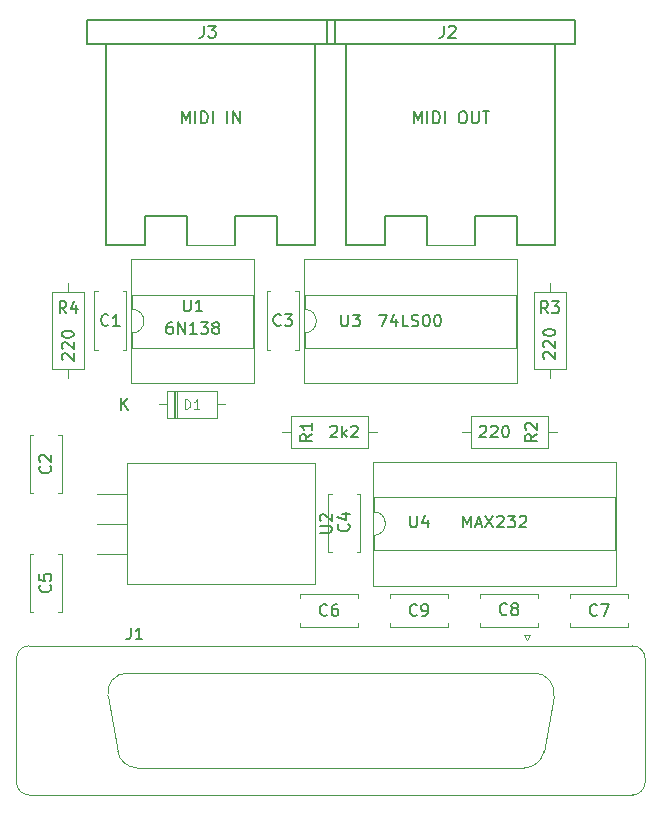
<source format=gto>
G04 #@! TF.GenerationSoftware,KiCad,Pcbnew,(5.1.8)-1*
G04 #@! TF.CreationDate,2022-02-21T01:44:32+01:00*
G04 #@! TF.ProjectId,BulkyMIDI-32 Amiga,42756c6b-794d-4494-9449-2d333220416d,rev?*
G04 #@! TF.SameCoordinates,Original*
G04 #@! TF.FileFunction,Legend,Top*
G04 #@! TF.FilePolarity,Positive*
%FSLAX46Y46*%
G04 Gerber Fmt 4.6, Leading zero omitted, Abs format (unit mm)*
G04 Created by KiCad (PCBNEW (5.1.8)-1) date 2022-02-21 01:44:32*
%MOMM*%
%LPD*%
G01*
G04 APERTURE LIST*
%ADD10C,0.120000*%
%ADD11C,0.150000*%
%ADD12C,0.100000*%
G04 APERTURE END LIST*
D10*
X92560000Y-120205000D02*
X143660000Y-120205000D01*
X144720000Y-121265000D02*
X144720000Y-131765000D01*
X143660000Y-132825000D02*
X92560000Y-132825000D01*
X91500000Y-131765000D02*
X91500000Y-121265000D01*
X134480000Y-119310662D02*
X134980000Y-119310662D01*
X134980000Y-119310662D02*
X134730000Y-119743675D01*
X134730000Y-119743675D02*
X134480000Y-119310662D01*
X100878311Y-122505000D02*
X135341689Y-122505000D01*
X101707048Y-130525000D02*
X134512952Y-130525000D01*
X136976470Y-124453256D02*
X136147733Y-129153256D01*
X99243530Y-124453256D02*
X100072267Y-129153256D01*
X136147733Y-129153256D02*
G75*
G02*
X134512952Y-130525000I-1634781J288256D01*
G01*
X100072267Y-129153256D02*
G75*
G03*
X101707048Y-130525000I1634781J288256D01*
G01*
X136976470Y-124453256D02*
G75*
G03*
X135341689Y-122505000I-1634781J288256D01*
G01*
X99243530Y-124453256D02*
G75*
G02*
X100878311Y-122505000I1634781J288256D01*
G01*
X143660000Y-132825000D02*
G75*
G03*
X144720000Y-131765000I0J1060000D01*
G01*
X92560000Y-132825000D02*
G75*
G02*
X91500000Y-131765000I0J1060000D01*
G01*
X144720000Y-121265000D02*
G75*
G03*
X143660000Y-120205000I-1060000J0D01*
G01*
X92560000Y-120205000D02*
G75*
G03*
X91500000Y-121265000I0J-1060000D01*
G01*
D11*
X107950000Y-67256000D02*
X118450000Y-67256000D01*
X107950000Y-67256000D02*
X97450000Y-67256000D01*
X97450000Y-69256000D02*
X97450000Y-67256000D01*
X118450000Y-69256000D02*
X97450000Y-69256000D01*
X118450000Y-67256000D02*
X118450000Y-69256000D01*
X99100000Y-86256000D02*
X99100000Y-69256000D01*
X116800000Y-69256000D02*
X116800000Y-86256000D01*
X116800000Y-86256000D02*
X113538000Y-86256000D01*
X113538000Y-83820000D02*
X109982000Y-83820000D01*
X105918000Y-83820000D02*
X102362000Y-83820000D01*
X99100000Y-86256000D02*
X102362000Y-86256000D01*
X113538000Y-86256000D02*
X113538000Y-83820000D01*
X102362000Y-86256000D02*
X102362000Y-83820000D01*
X109982000Y-86256000D02*
X109982000Y-83820000D01*
X105918000Y-86256000D02*
X105918000Y-83820000D01*
D10*
X109982000Y-86256000D02*
X105918000Y-86256000D01*
D11*
X128270000Y-67256000D02*
X138770000Y-67256000D01*
X128270000Y-67256000D02*
X117770000Y-67256000D01*
X117770000Y-69256000D02*
X117770000Y-67256000D01*
X138770000Y-69256000D02*
X117770000Y-69256000D01*
X138770000Y-67256000D02*
X138770000Y-69256000D01*
X119420000Y-86256000D02*
X119420000Y-69256000D01*
X137120000Y-69256000D02*
X137120000Y-86256000D01*
X137120000Y-86256000D02*
X133858000Y-86256000D01*
X133858000Y-83820000D02*
X130302000Y-83820000D01*
X126238000Y-83820000D02*
X122682000Y-83820000D01*
X119420000Y-86256000D02*
X122682000Y-86256000D01*
X133858000Y-86256000D02*
X133858000Y-83820000D01*
X122682000Y-86256000D02*
X122682000Y-83820000D01*
X130302000Y-86256000D02*
X130302000Y-83820000D01*
X126238000Y-86256000D02*
X126238000Y-83820000D01*
D10*
X130302000Y-86256000D02*
X126238000Y-86256000D01*
X104229800Y-98651200D02*
X104229800Y-100891200D01*
X104229800Y-100891200D02*
X108469800Y-100891200D01*
X108469800Y-100891200D02*
X108469800Y-98651200D01*
X108469800Y-98651200D02*
X104229800Y-98651200D01*
X103579800Y-99771200D02*
X104229800Y-99771200D01*
X109119800Y-99771200D02*
X108469800Y-99771200D01*
X104949800Y-98651200D02*
X104949800Y-100891200D01*
X105069800Y-98651200D02*
X105069800Y-100891200D01*
X104829800Y-98651200D02*
X104829800Y-100891200D01*
X113943000Y-102108000D02*
X114713000Y-102108000D01*
X122023000Y-102108000D02*
X121253000Y-102108000D01*
X114713000Y-103478000D02*
X121253000Y-103478000D01*
X114713000Y-100738000D02*
X114713000Y-103478000D01*
X121253000Y-100738000D02*
X114713000Y-100738000D01*
X121253000Y-103478000D02*
X121253000Y-100738000D01*
X129953000Y-100738000D02*
X129953000Y-103478000D01*
X129953000Y-103478000D02*
X136493000Y-103478000D01*
X136493000Y-103478000D02*
X136493000Y-100738000D01*
X136493000Y-100738000D02*
X129953000Y-100738000D01*
X129183000Y-102108000D02*
X129953000Y-102108000D01*
X137263000Y-102108000D02*
X136493000Y-102108000D01*
X136652000Y-97537400D02*
X136652000Y-96767400D01*
X136652000Y-89457400D02*
X136652000Y-90227400D01*
X138022000Y-96767400D02*
X138022000Y-90227400D01*
X135282000Y-96767400D02*
X138022000Y-96767400D01*
X135282000Y-90227400D02*
X135282000Y-96767400D01*
X138022000Y-90227400D02*
X135282000Y-90227400D01*
X94515000Y-96767400D02*
X97255000Y-96767400D01*
X97255000Y-96767400D02*
X97255000Y-90227400D01*
X97255000Y-90227400D02*
X94515000Y-90227400D01*
X94515000Y-90227400D02*
X94515000Y-96767400D01*
X95885000Y-97537400D02*
X95885000Y-96767400D01*
X95885000Y-89457400D02*
X95885000Y-90227400D01*
X101286000Y-93710000D02*
X101286000Y-94960000D01*
X101286000Y-94960000D02*
X111566000Y-94960000D01*
X111566000Y-94960000D02*
X111566000Y-90460000D01*
X111566000Y-90460000D02*
X101286000Y-90460000D01*
X101286000Y-90460000D02*
X101286000Y-91710000D01*
X101226000Y-97960000D02*
X111626000Y-97960000D01*
X111626000Y-97960000D02*
X111626000Y-87460000D01*
X111626000Y-87460000D02*
X101226000Y-87460000D01*
X101226000Y-87460000D02*
X101226000Y-97960000D01*
X101286000Y-91710000D02*
G75*
G02*
X101286000Y-93710000I0J-1000000D01*
G01*
X115891000Y-93710000D02*
X115891000Y-94960000D01*
X115891000Y-94960000D02*
X133791000Y-94960000D01*
X133791000Y-94960000D02*
X133791000Y-90460000D01*
X133791000Y-90460000D02*
X115891000Y-90460000D01*
X115891000Y-90460000D02*
X115891000Y-91710000D01*
X115831000Y-97960000D02*
X133851000Y-97960000D01*
X133851000Y-97960000D02*
X133851000Y-87460000D01*
X133851000Y-87460000D02*
X115831000Y-87460000D01*
X115831000Y-87460000D02*
X115831000Y-97960000D01*
X115891000Y-91710000D02*
G75*
G02*
X115891000Y-93710000I0J-1000000D01*
G01*
X98386000Y-95140000D02*
X98071000Y-95140000D01*
X100811000Y-95140000D02*
X100496000Y-95140000D01*
X98386000Y-90200000D02*
X98071000Y-90200000D01*
X100811000Y-90200000D02*
X100496000Y-90200000D01*
X98071000Y-90200000D02*
X98071000Y-95140000D01*
X100811000Y-90200000D02*
X100811000Y-95140000D01*
X115416000Y-90200000D02*
X115416000Y-95140000D01*
X112676000Y-90200000D02*
X112676000Y-95140000D01*
X115416000Y-90200000D02*
X115101000Y-90200000D01*
X112991000Y-90200000D02*
X112676000Y-90200000D01*
X115416000Y-95140000D02*
X115101000Y-95140000D01*
X112991000Y-95140000D02*
X112676000Y-95140000D01*
X92610000Y-107285000D02*
X92610000Y-102345000D01*
X95350000Y-107285000D02*
X95350000Y-102345000D01*
X92610000Y-107285000D02*
X92925000Y-107285000D01*
X95035000Y-107285000D02*
X95350000Y-107285000D01*
X92610000Y-102345000D02*
X92925000Y-102345000D01*
X95035000Y-102345000D02*
X95350000Y-102345000D01*
X118198000Y-112285000D02*
X117883000Y-112285000D01*
X120623000Y-112285000D02*
X120308000Y-112285000D01*
X118198000Y-107345000D02*
X117883000Y-107345000D01*
X120623000Y-107345000D02*
X120308000Y-107345000D01*
X117883000Y-107345000D02*
X117883000Y-112285000D01*
X120623000Y-107345000D02*
X120623000Y-112285000D01*
X92925000Y-117365000D02*
X92610000Y-117365000D01*
X95350000Y-117365000D02*
X95035000Y-117365000D01*
X92925000Y-112425000D02*
X92610000Y-112425000D01*
X95350000Y-112425000D02*
X95035000Y-112425000D01*
X92610000Y-112425000D02*
X92610000Y-117365000D01*
X95350000Y-112425000D02*
X95350000Y-117365000D01*
X115489500Y-115851000D02*
X120429500Y-115851000D01*
X115489500Y-118591000D02*
X120429500Y-118591000D01*
X115489500Y-115851000D02*
X115489500Y-116166000D01*
X115489500Y-118276000D02*
X115489500Y-118591000D01*
X120429500Y-115851000D02*
X120429500Y-116166000D01*
X120429500Y-118276000D02*
X120429500Y-118591000D01*
X138333000Y-115851000D02*
X143273000Y-115851000D01*
X138333000Y-118591000D02*
X143273000Y-118591000D01*
X138333000Y-115851000D02*
X138333000Y-116166000D01*
X138333000Y-118276000D02*
X138333000Y-118591000D01*
X143273000Y-115851000D02*
X143273000Y-116166000D01*
X143273000Y-118276000D02*
X143273000Y-118591000D01*
X130713000Y-115851000D02*
X135653000Y-115851000D01*
X130713000Y-118591000D02*
X135653000Y-118591000D01*
X130713000Y-115851000D02*
X130713000Y-116166000D01*
X130713000Y-118276000D02*
X130713000Y-118591000D01*
X135653000Y-115851000D02*
X135653000Y-116166000D01*
X135653000Y-118276000D02*
X135653000Y-118591000D01*
X128033000Y-118276000D02*
X128033000Y-118591000D01*
X128033000Y-115851000D02*
X128033000Y-116166000D01*
X123093000Y-118276000D02*
X123093000Y-118591000D01*
X123093000Y-115851000D02*
X123093000Y-116166000D01*
X123093000Y-118591000D02*
X128033000Y-118591000D01*
X123093000Y-115851000D02*
X128033000Y-115851000D01*
X121733000Y-110855000D02*
X121733000Y-112105000D01*
X121733000Y-112105000D02*
X142173000Y-112105000D01*
X142173000Y-112105000D02*
X142173000Y-107605000D01*
X142173000Y-107605000D02*
X121733000Y-107605000D01*
X121733000Y-107605000D02*
X121733000Y-108855000D01*
X121673000Y-115105000D02*
X142233000Y-115105000D01*
X142233000Y-115105000D02*
X142233000Y-104605000D01*
X142233000Y-104605000D02*
X121673000Y-104605000D01*
X121673000Y-104605000D02*
X121673000Y-115105000D01*
X121733000Y-108855000D02*
G75*
G02*
X121733000Y-110855000I0J-1000000D01*
G01*
X100845000Y-104735000D02*
X100845000Y-114975000D01*
X116735000Y-104735000D02*
X116735000Y-114975000D01*
X116735000Y-104735000D02*
X100845000Y-104735000D01*
X116735000Y-114975000D02*
X100845000Y-114975000D01*
X100845000Y-107315000D02*
X98305000Y-107315000D01*
X100845000Y-109855000D02*
X98305000Y-109855000D01*
X100845000Y-112395000D02*
X98305000Y-112395000D01*
D11*
X101156666Y-118657380D02*
X101156666Y-119371666D01*
X101109047Y-119514523D01*
X101013809Y-119609761D01*
X100870952Y-119657380D01*
X100775714Y-119657380D01*
X102156666Y-119657380D02*
X101585238Y-119657380D01*
X101870952Y-119657380D02*
X101870952Y-118657380D01*
X101775714Y-118800238D01*
X101680476Y-118895476D01*
X101585238Y-118943095D01*
X107366666Y-67708380D02*
X107366666Y-68422666D01*
X107319047Y-68565523D01*
X107223809Y-68660761D01*
X107080952Y-68708380D01*
X106985714Y-68708380D01*
X107747619Y-67708380D02*
X108366666Y-67708380D01*
X108033333Y-68089333D01*
X108176190Y-68089333D01*
X108271428Y-68136952D01*
X108319047Y-68184571D01*
X108366666Y-68279809D01*
X108366666Y-68517904D01*
X108319047Y-68613142D01*
X108271428Y-68660761D01*
X108176190Y-68708380D01*
X107890476Y-68708380D01*
X107795238Y-68660761D01*
X107747619Y-68613142D01*
X105497619Y-75958380D02*
X105497619Y-74958380D01*
X105830952Y-75672666D01*
X106164285Y-74958380D01*
X106164285Y-75958380D01*
X106640476Y-75958380D02*
X106640476Y-74958380D01*
X107116666Y-75958380D02*
X107116666Y-74958380D01*
X107354761Y-74958380D01*
X107497619Y-75006000D01*
X107592857Y-75101238D01*
X107640476Y-75196476D01*
X107688095Y-75386952D01*
X107688095Y-75529809D01*
X107640476Y-75720285D01*
X107592857Y-75815523D01*
X107497619Y-75910761D01*
X107354761Y-75958380D01*
X107116666Y-75958380D01*
X108116666Y-75958380D02*
X108116666Y-74958380D01*
X109354761Y-75958380D02*
X109354761Y-74958380D01*
X109830952Y-75958380D02*
X109830952Y-74958380D01*
X110402380Y-75958380D01*
X110402380Y-74958380D01*
X127686666Y-67708380D02*
X127686666Y-68422666D01*
X127639047Y-68565523D01*
X127543809Y-68660761D01*
X127400952Y-68708380D01*
X127305714Y-68708380D01*
X128115238Y-67803619D02*
X128162857Y-67756000D01*
X128258095Y-67708380D01*
X128496190Y-67708380D01*
X128591428Y-67756000D01*
X128639047Y-67803619D01*
X128686666Y-67898857D01*
X128686666Y-67994095D01*
X128639047Y-68136952D01*
X128067619Y-68708380D01*
X128686666Y-68708380D01*
X125150952Y-75958380D02*
X125150952Y-74958380D01*
X125484285Y-75672666D01*
X125817619Y-74958380D01*
X125817619Y-75958380D01*
X126293809Y-75958380D02*
X126293809Y-74958380D01*
X126770000Y-75958380D02*
X126770000Y-74958380D01*
X127008095Y-74958380D01*
X127150952Y-75006000D01*
X127246190Y-75101238D01*
X127293809Y-75196476D01*
X127341428Y-75386952D01*
X127341428Y-75529809D01*
X127293809Y-75720285D01*
X127246190Y-75815523D01*
X127150952Y-75910761D01*
X127008095Y-75958380D01*
X126770000Y-75958380D01*
X127770000Y-75958380D02*
X127770000Y-74958380D01*
X129198571Y-74958380D02*
X129389047Y-74958380D01*
X129484285Y-75006000D01*
X129579523Y-75101238D01*
X129627142Y-75291714D01*
X129627142Y-75625047D01*
X129579523Y-75815523D01*
X129484285Y-75910761D01*
X129389047Y-75958380D01*
X129198571Y-75958380D01*
X129103333Y-75910761D01*
X129008095Y-75815523D01*
X128960476Y-75625047D01*
X128960476Y-75291714D01*
X129008095Y-75101238D01*
X129103333Y-75006000D01*
X129198571Y-74958380D01*
X130055714Y-74958380D02*
X130055714Y-75767904D01*
X130103333Y-75863142D01*
X130150952Y-75910761D01*
X130246190Y-75958380D01*
X130436666Y-75958380D01*
X130531904Y-75910761D01*
X130579523Y-75863142D01*
X130627142Y-75767904D01*
X130627142Y-74958380D01*
X130960476Y-74958380D02*
X131531904Y-74958380D01*
X131246190Y-75958380D02*
X131246190Y-74958380D01*
D12*
X105759323Y-100133104D02*
X105759323Y-99333104D01*
X105949800Y-99333104D01*
X106064085Y-99371200D01*
X106140276Y-99447390D01*
X106178371Y-99523580D01*
X106216466Y-99675961D01*
X106216466Y-99790247D01*
X106178371Y-99942628D01*
X106140276Y-100018819D01*
X106064085Y-100095009D01*
X105949800Y-100133104D01*
X105759323Y-100133104D01*
X106978371Y-100133104D02*
X106521228Y-100133104D01*
X106749800Y-100133104D02*
X106749800Y-99333104D01*
X106673609Y-99447390D01*
X106597419Y-99523580D01*
X106521228Y-99561676D01*
D11*
X100372895Y-100223580D02*
X100372895Y-99223580D01*
X100944323Y-100223580D02*
X100515752Y-99652152D01*
X100944323Y-99223580D02*
X100372895Y-99795009D01*
X116530380Y-102274666D02*
X116054190Y-102608000D01*
X116530380Y-102846095D02*
X115530380Y-102846095D01*
X115530380Y-102465142D01*
X115578000Y-102369904D01*
X115625619Y-102322285D01*
X115720857Y-102274666D01*
X115863714Y-102274666D01*
X115958952Y-102322285D01*
X116006571Y-102369904D01*
X116054190Y-102465142D01*
X116054190Y-102846095D01*
X116530380Y-101322285D02*
X116530380Y-101893714D01*
X116530380Y-101608000D02*
X115530380Y-101608000D01*
X115673238Y-101703238D01*
X115768476Y-101798476D01*
X115816095Y-101893714D01*
X118086333Y-101655619D02*
X118133952Y-101608000D01*
X118229190Y-101560380D01*
X118467285Y-101560380D01*
X118562523Y-101608000D01*
X118610142Y-101655619D01*
X118657761Y-101750857D01*
X118657761Y-101846095D01*
X118610142Y-101988952D01*
X118038714Y-102560380D01*
X118657761Y-102560380D01*
X119086333Y-102560380D02*
X119086333Y-101560380D01*
X119181571Y-102179428D02*
X119467285Y-102560380D01*
X119467285Y-101893714D02*
X119086333Y-102274666D01*
X119848238Y-101655619D02*
X119895857Y-101608000D01*
X119991095Y-101560380D01*
X120229190Y-101560380D01*
X120324428Y-101608000D01*
X120372047Y-101655619D01*
X120419666Y-101750857D01*
X120419666Y-101846095D01*
X120372047Y-101988952D01*
X119800619Y-102560380D01*
X120419666Y-102560380D01*
X135580380Y-102274666D02*
X135104190Y-102608000D01*
X135580380Y-102846095D02*
X134580380Y-102846095D01*
X134580380Y-102465142D01*
X134628000Y-102369904D01*
X134675619Y-102322285D01*
X134770857Y-102274666D01*
X134913714Y-102274666D01*
X135008952Y-102322285D01*
X135056571Y-102369904D01*
X135104190Y-102465142D01*
X135104190Y-102846095D01*
X134675619Y-101893714D02*
X134628000Y-101846095D01*
X134580380Y-101750857D01*
X134580380Y-101512761D01*
X134628000Y-101417523D01*
X134675619Y-101369904D01*
X134770857Y-101322285D01*
X134866095Y-101322285D01*
X135008952Y-101369904D01*
X135580380Y-101941333D01*
X135580380Y-101322285D01*
X130714904Y-101655619D02*
X130762523Y-101608000D01*
X130857761Y-101560380D01*
X131095857Y-101560380D01*
X131191095Y-101608000D01*
X131238714Y-101655619D01*
X131286333Y-101750857D01*
X131286333Y-101846095D01*
X131238714Y-101988952D01*
X130667285Y-102560380D01*
X131286333Y-102560380D01*
X131667285Y-101655619D02*
X131714904Y-101608000D01*
X131810142Y-101560380D01*
X132048238Y-101560380D01*
X132143476Y-101608000D01*
X132191095Y-101655619D01*
X132238714Y-101750857D01*
X132238714Y-101846095D01*
X132191095Y-101988952D01*
X131619666Y-102560380D01*
X132238714Y-102560380D01*
X132857761Y-101560380D02*
X132953000Y-101560380D01*
X133048238Y-101608000D01*
X133095857Y-101655619D01*
X133143476Y-101750857D01*
X133191095Y-101941333D01*
X133191095Y-102179428D01*
X133143476Y-102369904D01*
X133095857Y-102465142D01*
X133048238Y-102512761D01*
X132953000Y-102560380D01*
X132857761Y-102560380D01*
X132762523Y-102512761D01*
X132714904Y-102465142D01*
X132667285Y-102369904D01*
X132619666Y-102179428D01*
X132619666Y-101941333D01*
X132667285Y-101750857D01*
X132714904Y-101655619D01*
X132762523Y-101608000D01*
X132857761Y-101560380D01*
X136485333Y-92044780D02*
X136152000Y-91568590D01*
X135913904Y-92044780D02*
X135913904Y-91044780D01*
X136294857Y-91044780D01*
X136390095Y-91092400D01*
X136437714Y-91140019D01*
X136485333Y-91235257D01*
X136485333Y-91378114D01*
X136437714Y-91473352D01*
X136390095Y-91520971D01*
X136294857Y-91568590D01*
X135913904Y-91568590D01*
X136818666Y-91044780D02*
X137437714Y-91044780D01*
X137104380Y-91425733D01*
X137247238Y-91425733D01*
X137342476Y-91473352D01*
X137390095Y-91520971D01*
X137437714Y-91616209D01*
X137437714Y-91854304D01*
X137390095Y-91949542D01*
X137342476Y-91997161D01*
X137247238Y-92044780D01*
X136961523Y-92044780D01*
X136866285Y-91997161D01*
X136818666Y-91949542D01*
X136199619Y-95878495D02*
X136152000Y-95830876D01*
X136104380Y-95735638D01*
X136104380Y-95497542D01*
X136152000Y-95402304D01*
X136199619Y-95354685D01*
X136294857Y-95307066D01*
X136390095Y-95307066D01*
X136532952Y-95354685D01*
X137104380Y-95926114D01*
X137104380Y-95307066D01*
X136199619Y-94926114D02*
X136152000Y-94878495D01*
X136104380Y-94783257D01*
X136104380Y-94545161D01*
X136152000Y-94449923D01*
X136199619Y-94402304D01*
X136294857Y-94354685D01*
X136390095Y-94354685D01*
X136532952Y-94402304D01*
X137104380Y-94973733D01*
X137104380Y-94354685D01*
X136104380Y-93735638D02*
X136104380Y-93640400D01*
X136152000Y-93545161D01*
X136199619Y-93497542D01*
X136294857Y-93449923D01*
X136485333Y-93402304D01*
X136723428Y-93402304D01*
X136913904Y-93449923D01*
X137009142Y-93497542D01*
X137056761Y-93545161D01*
X137104380Y-93640400D01*
X137104380Y-93735638D01*
X137056761Y-93830876D01*
X137009142Y-93878495D01*
X136913904Y-93926114D01*
X136723428Y-93973733D01*
X136485333Y-93973733D01*
X136294857Y-93926114D01*
X136199619Y-93878495D01*
X136152000Y-93830876D01*
X136104380Y-93735638D01*
X95718333Y-92044780D02*
X95385000Y-91568590D01*
X95146904Y-92044780D02*
X95146904Y-91044780D01*
X95527857Y-91044780D01*
X95623095Y-91092400D01*
X95670714Y-91140019D01*
X95718333Y-91235257D01*
X95718333Y-91378114D01*
X95670714Y-91473352D01*
X95623095Y-91520971D01*
X95527857Y-91568590D01*
X95146904Y-91568590D01*
X96575476Y-91378114D02*
X96575476Y-92044780D01*
X96337380Y-90997161D02*
X96099285Y-91711447D01*
X96718333Y-91711447D01*
X95432619Y-96005495D02*
X95385000Y-95957876D01*
X95337380Y-95862638D01*
X95337380Y-95624542D01*
X95385000Y-95529304D01*
X95432619Y-95481685D01*
X95527857Y-95434066D01*
X95623095Y-95434066D01*
X95765952Y-95481685D01*
X96337380Y-96053114D01*
X96337380Y-95434066D01*
X95432619Y-95053114D02*
X95385000Y-95005495D01*
X95337380Y-94910257D01*
X95337380Y-94672161D01*
X95385000Y-94576923D01*
X95432619Y-94529304D01*
X95527857Y-94481685D01*
X95623095Y-94481685D01*
X95765952Y-94529304D01*
X96337380Y-95100733D01*
X96337380Y-94481685D01*
X95337380Y-93862638D02*
X95337380Y-93767400D01*
X95385000Y-93672161D01*
X95432619Y-93624542D01*
X95527857Y-93576923D01*
X95718333Y-93529304D01*
X95956428Y-93529304D01*
X96146904Y-93576923D01*
X96242142Y-93624542D01*
X96289761Y-93672161D01*
X96337380Y-93767400D01*
X96337380Y-93862638D01*
X96289761Y-93957876D01*
X96242142Y-94005495D01*
X96146904Y-94053114D01*
X95956428Y-94100733D01*
X95718333Y-94100733D01*
X95527857Y-94053114D01*
X95432619Y-94005495D01*
X95385000Y-93957876D01*
X95337380Y-93862638D01*
X105664095Y-90892380D02*
X105664095Y-91701904D01*
X105711714Y-91797142D01*
X105759333Y-91844761D01*
X105854571Y-91892380D01*
X106045047Y-91892380D01*
X106140285Y-91844761D01*
X106187904Y-91797142D01*
X106235523Y-91701904D01*
X106235523Y-90892380D01*
X107235523Y-91892380D02*
X106664095Y-91892380D01*
X106949809Y-91892380D02*
X106949809Y-90892380D01*
X106854571Y-91035238D01*
X106759333Y-91130476D01*
X106664095Y-91178095D01*
X104664095Y-92797380D02*
X104473619Y-92797380D01*
X104378380Y-92845000D01*
X104330761Y-92892619D01*
X104235523Y-93035476D01*
X104187904Y-93225952D01*
X104187904Y-93606904D01*
X104235523Y-93702142D01*
X104283142Y-93749761D01*
X104378380Y-93797380D01*
X104568857Y-93797380D01*
X104664095Y-93749761D01*
X104711714Y-93702142D01*
X104759333Y-93606904D01*
X104759333Y-93368809D01*
X104711714Y-93273571D01*
X104664095Y-93225952D01*
X104568857Y-93178333D01*
X104378380Y-93178333D01*
X104283142Y-93225952D01*
X104235523Y-93273571D01*
X104187904Y-93368809D01*
X105187904Y-93797380D02*
X105187904Y-92797380D01*
X105759333Y-93797380D01*
X105759333Y-92797380D01*
X106759333Y-93797380D02*
X106187904Y-93797380D01*
X106473619Y-93797380D02*
X106473619Y-92797380D01*
X106378380Y-92940238D01*
X106283142Y-93035476D01*
X106187904Y-93083095D01*
X107092666Y-92797380D02*
X107711714Y-92797380D01*
X107378380Y-93178333D01*
X107521238Y-93178333D01*
X107616476Y-93225952D01*
X107664095Y-93273571D01*
X107711714Y-93368809D01*
X107711714Y-93606904D01*
X107664095Y-93702142D01*
X107616476Y-93749761D01*
X107521238Y-93797380D01*
X107235523Y-93797380D01*
X107140285Y-93749761D01*
X107092666Y-93702142D01*
X108283142Y-93225952D02*
X108187904Y-93178333D01*
X108140285Y-93130714D01*
X108092666Y-93035476D01*
X108092666Y-92987857D01*
X108140285Y-92892619D01*
X108187904Y-92845000D01*
X108283142Y-92797380D01*
X108473619Y-92797380D01*
X108568857Y-92845000D01*
X108616476Y-92892619D01*
X108664095Y-92987857D01*
X108664095Y-93035476D01*
X108616476Y-93130714D01*
X108568857Y-93178333D01*
X108473619Y-93225952D01*
X108283142Y-93225952D01*
X108187904Y-93273571D01*
X108140285Y-93321190D01*
X108092666Y-93416428D01*
X108092666Y-93606904D01*
X108140285Y-93702142D01*
X108187904Y-93749761D01*
X108283142Y-93797380D01*
X108473619Y-93797380D01*
X108568857Y-93749761D01*
X108616476Y-93702142D01*
X108664095Y-93606904D01*
X108664095Y-93416428D01*
X108616476Y-93321190D01*
X108568857Y-93273571D01*
X108473619Y-93225952D01*
X118999095Y-92162380D02*
X118999095Y-92971904D01*
X119046714Y-93067142D01*
X119094333Y-93114761D01*
X119189571Y-93162380D01*
X119380047Y-93162380D01*
X119475285Y-93114761D01*
X119522904Y-93067142D01*
X119570523Y-92971904D01*
X119570523Y-92162380D01*
X119951476Y-92162380D02*
X120570523Y-92162380D01*
X120237190Y-92543333D01*
X120380047Y-92543333D01*
X120475285Y-92590952D01*
X120522904Y-92638571D01*
X120570523Y-92733809D01*
X120570523Y-92971904D01*
X120522904Y-93067142D01*
X120475285Y-93114761D01*
X120380047Y-93162380D01*
X120094333Y-93162380D01*
X119999095Y-93114761D01*
X119951476Y-93067142D01*
X122198142Y-92162380D02*
X122864809Y-92162380D01*
X122436238Y-93162380D01*
X123674333Y-92495714D02*
X123674333Y-93162380D01*
X123436238Y-92114761D02*
X123198142Y-92829047D01*
X123817190Y-92829047D01*
X124674333Y-93162380D02*
X124198142Y-93162380D01*
X124198142Y-92162380D01*
X124960047Y-93114761D02*
X125102904Y-93162380D01*
X125341000Y-93162380D01*
X125436238Y-93114761D01*
X125483857Y-93067142D01*
X125531476Y-92971904D01*
X125531476Y-92876666D01*
X125483857Y-92781428D01*
X125436238Y-92733809D01*
X125341000Y-92686190D01*
X125150523Y-92638571D01*
X125055285Y-92590952D01*
X125007666Y-92543333D01*
X124960047Y-92448095D01*
X124960047Y-92352857D01*
X125007666Y-92257619D01*
X125055285Y-92210000D01*
X125150523Y-92162380D01*
X125388619Y-92162380D01*
X125531476Y-92210000D01*
X126150523Y-92162380D02*
X126245761Y-92162380D01*
X126341000Y-92210000D01*
X126388619Y-92257619D01*
X126436238Y-92352857D01*
X126483857Y-92543333D01*
X126483857Y-92781428D01*
X126436238Y-92971904D01*
X126388619Y-93067142D01*
X126341000Y-93114761D01*
X126245761Y-93162380D01*
X126150523Y-93162380D01*
X126055285Y-93114761D01*
X126007666Y-93067142D01*
X125960047Y-92971904D01*
X125912428Y-92781428D01*
X125912428Y-92543333D01*
X125960047Y-92352857D01*
X126007666Y-92257619D01*
X126055285Y-92210000D01*
X126150523Y-92162380D01*
X127102904Y-92162380D02*
X127198142Y-92162380D01*
X127293380Y-92210000D01*
X127341000Y-92257619D01*
X127388619Y-92352857D01*
X127436238Y-92543333D01*
X127436238Y-92781428D01*
X127388619Y-92971904D01*
X127341000Y-93067142D01*
X127293380Y-93114761D01*
X127198142Y-93162380D01*
X127102904Y-93162380D01*
X127007666Y-93114761D01*
X126960047Y-93067142D01*
X126912428Y-92971904D01*
X126864809Y-92781428D01*
X126864809Y-92543333D01*
X126912428Y-92352857D01*
X126960047Y-92257619D01*
X127007666Y-92210000D01*
X127102904Y-92162380D01*
X99274333Y-93027142D02*
X99226714Y-93074761D01*
X99083857Y-93122380D01*
X98988619Y-93122380D01*
X98845761Y-93074761D01*
X98750523Y-92979523D01*
X98702904Y-92884285D01*
X98655285Y-92693809D01*
X98655285Y-92550952D01*
X98702904Y-92360476D01*
X98750523Y-92265238D01*
X98845761Y-92170000D01*
X98988619Y-92122380D01*
X99083857Y-92122380D01*
X99226714Y-92170000D01*
X99274333Y-92217619D01*
X100226714Y-93122380D02*
X99655285Y-93122380D01*
X99941000Y-93122380D02*
X99941000Y-92122380D01*
X99845761Y-92265238D01*
X99750523Y-92360476D01*
X99655285Y-92408095D01*
X113879333Y-93027142D02*
X113831714Y-93074761D01*
X113688857Y-93122380D01*
X113593619Y-93122380D01*
X113450761Y-93074761D01*
X113355523Y-92979523D01*
X113307904Y-92884285D01*
X113260285Y-92693809D01*
X113260285Y-92550952D01*
X113307904Y-92360476D01*
X113355523Y-92265238D01*
X113450761Y-92170000D01*
X113593619Y-92122380D01*
X113688857Y-92122380D01*
X113831714Y-92170000D01*
X113879333Y-92217619D01*
X114212666Y-92122380D02*
X114831714Y-92122380D01*
X114498380Y-92503333D01*
X114641238Y-92503333D01*
X114736476Y-92550952D01*
X114784095Y-92598571D01*
X114831714Y-92693809D01*
X114831714Y-92931904D01*
X114784095Y-93027142D01*
X114736476Y-93074761D01*
X114641238Y-93122380D01*
X114355523Y-93122380D01*
X114260285Y-93074761D01*
X114212666Y-93027142D01*
X94337142Y-104981666D02*
X94384761Y-105029285D01*
X94432380Y-105172142D01*
X94432380Y-105267380D01*
X94384761Y-105410238D01*
X94289523Y-105505476D01*
X94194285Y-105553095D01*
X94003809Y-105600714D01*
X93860952Y-105600714D01*
X93670476Y-105553095D01*
X93575238Y-105505476D01*
X93480000Y-105410238D01*
X93432380Y-105267380D01*
X93432380Y-105172142D01*
X93480000Y-105029285D01*
X93527619Y-104981666D01*
X93527619Y-104600714D02*
X93480000Y-104553095D01*
X93432380Y-104457857D01*
X93432380Y-104219761D01*
X93480000Y-104124523D01*
X93527619Y-104076904D01*
X93622857Y-104029285D01*
X93718095Y-104029285D01*
X93860952Y-104076904D01*
X94432380Y-104648333D01*
X94432380Y-104029285D01*
X119610142Y-109894666D02*
X119657761Y-109942285D01*
X119705380Y-110085142D01*
X119705380Y-110180380D01*
X119657761Y-110323238D01*
X119562523Y-110418476D01*
X119467285Y-110466095D01*
X119276809Y-110513714D01*
X119133952Y-110513714D01*
X118943476Y-110466095D01*
X118848238Y-110418476D01*
X118753000Y-110323238D01*
X118705380Y-110180380D01*
X118705380Y-110085142D01*
X118753000Y-109942285D01*
X118800619Y-109894666D01*
X119038714Y-109037523D02*
X119705380Y-109037523D01*
X118657761Y-109275619D02*
X119372047Y-109513714D01*
X119372047Y-108894666D01*
X94337142Y-115061666D02*
X94384761Y-115109285D01*
X94432380Y-115252142D01*
X94432380Y-115347380D01*
X94384761Y-115490238D01*
X94289523Y-115585476D01*
X94194285Y-115633095D01*
X94003809Y-115680714D01*
X93860952Y-115680714D01*
X93670476Y-115633095D01*
X93575238Y-115585476D01*
X93480000Y-115490238D01*
X93432380Y-115347380D01*
X93432380Y-115252142D01*
X93480000Y-115109285D01*
X93527619Y-115061666D01*
X93432380Y-114156904D02*
X93432380Y-114633095D01*
X93908571Y-114680714D01*
X93860952Y-114633095D01*
X93813333Y-114537857D01*
X93813333Y-114299761D01*
X93860952Y-114204523D01*
X93908571Y-114156904D01*
X94003809Y-114109285D01*
X94241904Y-114109285D01*
X94337142Y-114156904D01*
X94384761Y-114204523D01*
X94432380Y-114299761D01*
X94432380Y-114537857D01*
X94384761Y-114633095D01*
X94337142Y-114680714D01*
X117792833Y-117578142D02*
X117745214Y-117625761D01*
X117602357Y-117673380D01*
X117507119Y-117673380D01*
X117364261Y-117625761D01*
X117269023Y-117530523D01*
X117221404Y-117435285D01*
X117173785Y-117244809D01*
X117173785Y-117101952D01*
X117221404Y-116911476D01*
X117269023Y-116816238D01*
X117364261Y-116721000D01*
X117507119Y-116673380D01*
X117602357Y-116673380D01*
X117745214Y-116721000D01*
X117792833Y-116768619D01*
X118649976Y-116673380D02*
X118459500Y-116673380D01*
X118364261Y-116721000D01*
X118316642Y-116768619D01*
X118221404Y-116911476D01*
X118173785Y-117101952D01*
X118173785Y-117482904D01*
X118221404Y-117578142D01*
X118269023Y-117625761D01*
X118364261Y-117673380D01*
X118554738Y-117673380D01*
X118649976Y-117625761D01*
X118697595Y-117578142D01*
X118745214Y-117482904D01*
X118745214Y-117244809D01*
X118697595Y-117149571D01*
X118649976Y-117101952D01*
X118554738Y-117054333D01*
X118364261Y-117054333D01*
X118269023Y-117101952D01*
X118221404Y-117149571D01*
X118173785Y-117244809D01*
X140636333Y-117578142D02*
X140588714Y-117625761D01*
X140445857Y-117673380D01*
X140350619Y-117673380D01*
X140207761Y-117625761D01*
X140112523Y-117530523D01*
X140064904Y-117435285D01*
X140017285Y-117244809D01*
X140017285Y-117101952D01*
X140064904Y-116911476D01*
X140112523Y-116816238D01*
X140207761Y-116721000D01*
X140350619Y-116673380D01*
X140445857Y-116673380D01*
X140588714Y-116721000D01*
X140636333Y-116768619D01*
X140969666Y-116673380D02*
X141636333Y-116673380D01*
X141207761Y-117673380D01*
X133016333Y-117512141D02*
X132968714Y-117559760D01*
X132825857Y-117607379D01*
X132730619Y-117607379D01*
X132587761Y-117559760D01*
X132492523Y-117464522D01*
X132444904Y-117369284D01*
X132397285Y-117178808D01*
X132397285Y-117035951D01*
X132444904Y-116845475D01*
X132492523Y-116750237D01*
X132587761Y-116654999D01*
X132730619Y-116607379D01*
X132825857Y-116607379D01*
X132968714Y-116654999D01*
X133016333Y-116702618D01*
X133587761Y-117035951D02*
X133492523Y-116988332D01*
X133444904Y-116940713D01*
X133397285Y-116845475D01*
X133397285Y-116797856D01*
X133444904Y-116702618D01*
X133492523Y-116654999D01*
X133587761Y-116607379D01*
X133778238Y-116607379D01*
X133873476Y-116654999D01*
X133921095Y-116702618D01*
X133968714Y-116797856D01*
X133968714Y-116845475D01*
X133921095Y-116940713D01*
X133873476Y-116988332D01*
X133778238Y-117035951D01*
X133587761Y-117035951D01*
X133492523Y-117083570D01*
X133444904Y-117131189D01*
X133397285Y-117226427D01*
X133397285Y-117416903D01*
X133444904Y-117512141D01*
X133492523Y-117559760D01*
X133587761Y-117607379D01*
X133778238Y-117607379D01*
X133873476Y-117559760D01*
X133921095Y-117512141D01*
X133968714Y-117416903D01*
X133968714Y-117226427D01*
X133921095Y-117131189D01*
X133873476Y-117083570D01*
X133778238Y-117035951D01*
X125396333Y-117578142D02*
X125348714Y-117625761D01*
X125205857Y-117673380D01*
X125110619Y-117673380D01*
X124967761Y-117625761D01*
X124872523Y-117530523D01*
X124824904Y-117435285D01*
X124777285Y-117244809D01*
X124777285Y-117101952D01*
X124824904Y-116911476D01*
X124872523Y-116816238D01*
X124967761Y-116721000D01*
X125110619Y-116673380D01*
X125205857Y-116673380D01*
X125348714Y-116721000D01*
X125396333Y-116768619D01*
X125872523Y-117673380D02*
X126063000Y-117673380D01*
X126158238Y-117625761D01*
X126205857Y-117578142D01*
X126301095Y-117435285D01*
X126348714Y-117244809D01*
X126348714Y-116863857D01*
X126301095Y-116768619D01*
X126253476Y-116721000D01*
X126158238Y-116673380D01*
X125967761Y-116673380D01*
X125872523Y-116721000D01*
X125824904Y-116768619D01*
X125777285Y-116863857D01*
X125777285Y-117101952D01*
X125824904Y-117197190D01*
X125872523Y-117244809D01*
X125967761Y-117292428D01*
X126158238Y-117292428D01*
X126253476Y-117244809D01*
X126301095Y-117197190D01*
X126348714Y-117101952D01*
X124841095Y-109180380D02*
X124841095Y-109989904D01*
X124888714Y-110085142D01*
X124936333Y-110132761D01*
X125031571Y-110180380D01*
X125222047Y-110180380D01*
X125317285Y-110132761D01*
X125364904Y-110085142D01*
X125412523Y-109989904D01*
X125412523Y-109180380D01*
X126317285Y-109513714D02*
X126317285Y-110180380D01*
X126079190Y-109132761D02*
X125841095Y-109847047D01*
X126460142Y-109847047D01*
X129286333Y-110180380D02*
X129286333Y-109180380D01*
X129619666Y-109894666D01*
X129953000Y-109180380D01*
X129953000Y-110180380D01*
X130381571Y-109894666D02*
X130857761Y-109894666D01*
X130286333Y-110180380D02*
X130619666Y-109180380D01*
X130953000Y-110180380D01*
X131191095Y-109180380D02*
X131857761Y-110180380D01*
X131857761Y-109180380D02*
X131191095Y-110180380D01*
X132191095Y-109275619D02*
X132238714Y-109228000D01*
X132333952Y-109180380D01*
X132572047Y-109180380D01*
X132667285Y-109228000D01*
X132714904Y-109275619D01*
X132762523Y-109370857D01*
X132762523Y-109466095D01*
X132714904Y-109608952D01*
X132143476Y-110180380D01*
X132762523Y-110180380D01*
X133095857Y-109180380D02*
X133714904Y-109180380D01*
X133381571Y-109561333D01*
X133524428Y-109561333D01*
X133619666Y-109608952D01*
X133667285Y-109656571D01*
X133714904Y-109751809D01*
X133714904Y-109989904D01*
X133667285Y-110085142D01*
X133619666Y-110132761D01*
X133524428Y-110180380D01*
X133238714Y-110180380D01*
X133143476Y-110132761D01*
X133095857Y-110085142D01*
X134095857Y-109275619D02*
X134143476Y-109228000D01*
X134238714Y-109180380D01*
X134476809Y-109180380D01*
X134572047Y-109228000D01*
X134619666Y-109275619D01*
X134667285Y-109370857D01*
X134667285Y-109466095D01*
X134619666Y-109608952D01*
X134048238Y-110180380D01*
X134667285Y-110180380D01*
X117187380Y-110616904D02*
X117996904Y-110616904D01*
X118092142Y-110569285D01*
X118139761Y-110521666D01*
X118187380Y-110426428D01*
X118187380Y-110235952D01*
X118139761Y-110140714D01*
X118092142Y-110093095D01*
X117996904Y-110045476D01*
X117187380Y-110045476D01*
X117282619Y-109616904D02*
X117235000Y-109569285D01*
X117187380Y-109474047D01*
X117187380Y-109235952D01*
X117235000Y-109140714D01*
X117282619Y-109093095D01*
X117377857Y-109045476D01*
X117473095Y-109045476D01*
X117615952Y-109093095D01*
X118187380Y-109664523D01*
X118187380Y-109045476D01*
M02*

</source>
